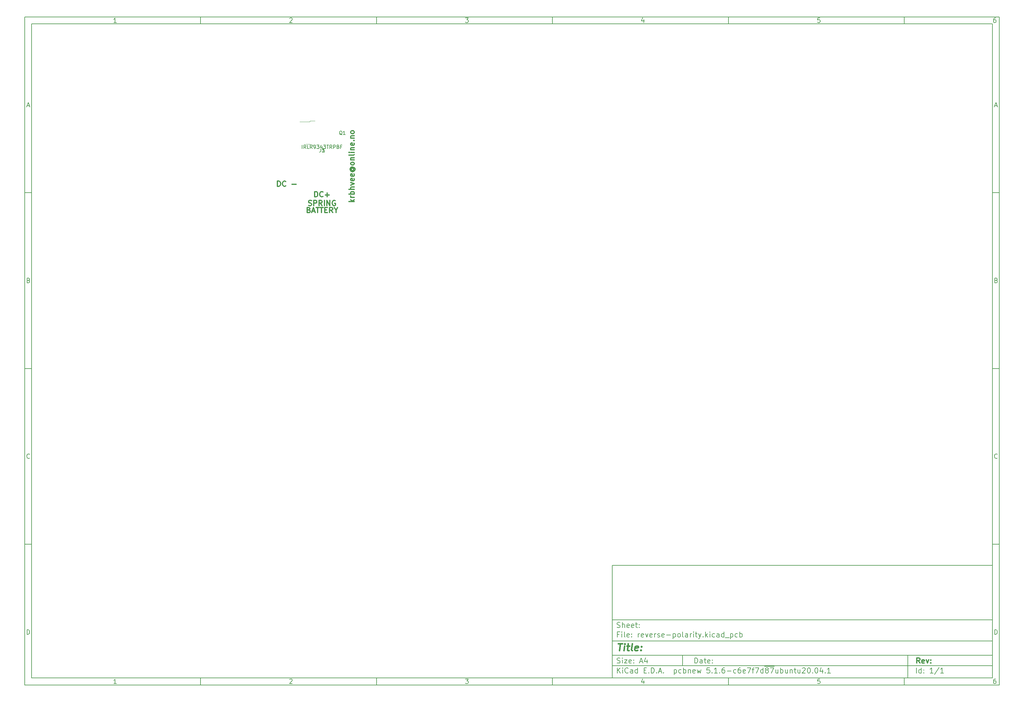
<source format=gbr>
G04 #@! TF.GenerationSoftware,KiCad,Pcbnew,5.1.6-c6e7f7d~87~ubuntu20.04.1*
G04 #@! TF.CreationDate,2020-08-16T01:07:54+02:00*
G04 #@! TF.ProjectId,reverse-polarity,72657665-7273-4652-9d70-6f6c61726974,rev?*
G04 #@! TF.SameCoordinates,Original*
G04 #@! TF.FileFunction,Legend,Top*
G04 #@! TF.FilePolarity,Positive*
%FSLAX45Y45*%
G04 Gerber Fmt 4.5, Leading zero omitted, Abs format (unit mm)*
G04 Created by KiCad (PCBNEW 5.1.6-c6e7f7d~87~ubuntu20.04.1) date 2020-08-16 01:07:54*
%MOMM*%
%LPD*%
G01*
G04 APERTURE LIST*
%ADD10C,0.100000*%
%ADD11C,0.150000*%
%ADD12C,0.300000*%
%ADD13C,0.400000*%
%ADD14C,0.120000*%
G04 APERTURE END LIST*
D10*
D11*
X17700220Y-16600720D02*
X17700220Y-19800720D01*
X28500220Y-19800720D01*
X28500220Y-16600720D01*
X17700220Y-16600720D01*
D10*
D11*
X1000000Y-1000000D02*
X1000000Y-20000720D01*
X28700220Y-20000720D01*
X28700220Y-1000000D01*
X1000000Y-1000000D01*
D10*
D11*
X1200000Y-1200000D02*
X1200000Y-19800720D01*
X28500220Y-19800720D01*
X28500220Y-1200000D01*
X1200000Y-1200000D01*
D10*
D11*
X6000000Y-1200000D02*
X6000000Y-1000000D01*
D10*
D11*
X11000000Y-1200000D02*
X11000000Y-1000000D01*
D10*
D11*
X16000000Y-1200000D02*
X16000000Y-1000000D01*
D10*
D11*
X21000000Y-1200000D02*
X21000000Y-1000000D01*
D10*
D11*
X26000000Y-1200000D02*
X26000000Y-1000000D01*
D10*
D11*
X3606548Y-1158810D02*
X3532262Y-1158810D01*
X3569405Y-1158810D02*
X3569405Y-1028809D01*
X3557024Y-1047381D01*
X3544643Y-1059762D01*
X3532262Y-1065952D01*
D10*
D11*
X8532262Y-1041190D02*
X8538452Y-1035000D01*
X8550833Y-1028809D01*
X8581786Y-1028809D01*
X8594167Y-1035000D01*
X8600357Y-1041190D01*
X8606548Y-1053571D01*
X8606548Y-1065952D01*
X8600357Y-1084524D01*
X8526071Y-1158810D01*
X8606548Y-1158810D01*
D10*
D11*
X13526071Y-1028809D02*
X13606548Y-1028809D01*
X13563214Y-1078333D01*
X13581786Y-1078333D01*
X13594167Y-1084524D01*
X13600357Y-1090714D01*
X13606548Y-1103095D01*
X13606548Y-1134048D01*
X13600357Y-1146429D01*
X13594167Y-1152619D01*
X13581786Y-1158810D01*
X13544643Y-1158810D01*
X13532262Y-1152619D01*
X13526071Y-1146429D01*
D10*
D11*
X18594167Y-1072143D02*
X18594167Y-1158810D01*
X18563214Y-1022619D02*
X18532262Y-1115476D01*
X18612738Y-1115476D01*
D10*
D11*
X23600357Y-1028809D02*
X23538452Y-1028809D01*
X23532262Y-1090714D01*
X23538452Y-1084524D01*
X23550833Y-1078333D01*
X23581786Y-1078333D01*
X23594167Y-1084524D01*
X23600357Y-1090714D01*
X23606548Y-1103095D01*
X23606548Y-1134048D01*
X23600357Y-1146429D01*
X23594167Y-1152619D01*
X23581786Y-1158810D01*
X23550833Y-1158810D01*
X23538452Y-1152619D01*
X23532262Y-1146429D01*
D10*
D11*
X28594167Y-1028809D02*
X28569405Y-1028809D01*
X28557024Y-1035000D01*
X28550833Y-1041190D01*
X28538452Y-1059762D01*
X28532262Y-1084524D01*
X28532262Y-1134048D01*
X28538452Y-1146429D01*
X28544643Y-1152619D01*
X28557024Y-1158810D01*
X28581786Y-1158810D01*
X28594167Y-1152619D01*
X28600357Y-1146429D01*
X28606548Y-1134048D01*
X28606548Y-1103095D01*
X28600357Y-1090714D01*
X28594167Y-1084524D01*
X28581786Y-1078333D01*
X28557024Y-1078333D01*
X28544643Y-1084524D01*
X28538452Y-1090714D01*
X28532262Y-1103095D01*
D10*
D11*
X6000000Y-19800720D02*
X6000000Y-20000720D01*
D10*
D11*
X11000000Y-19800720D02*
X11000000Y-20000720D01*
D10*
D11*
X16000000Y-19800720D02*
X16000000Y-20000720D01*
D10*
D11*
X21000000Y-19800720D02*
X21000000Y-20000720D01*
D10*
D11*
X26000000Y-19800720D02*
X26000000Y-20000720D01*
D10*
D11*
X3606548Y-19959530D02*
X3532262Y-19959530D01*
X3569405Y-19959530D02*
X3569405Y-19829530D01*
X3557024Y-19848101D01*
X3544643Y-19860482D01*
X3532262Y-19866672D01*
D10*
D11*
X8532262Y-19841910D02*
X8538452Y-19835720D01*
X8550833Y-19829530D01*
X8581786Y-19829530D01*
X8594167Y-19835720D01*
X8600357Y-19841910D01*
X8606548Y-19854291D01*
X8606548Y-19866672D01*
X8600357Y-19885244D01*
X8526071Y-19959530D01*
X8606548Y-19959530D01*
D10*
D11*
X13526071Y-19829530D02*
X13606548Y-19829530D01*
X13563214Y-19879053D01*
X13581786Y-19879053D01*
X13594167Y-19885244D01*
X13600357Y-19891434D01*
X13606548Y-19903815D01*
X13606548Y-19934768D01*
X13600357Y-19947149D01*
X13594167Y-19953339D01*
X13581786Y-19959530D01*
X13544643Y-19959530D01*
X13532262Y-19953339D01*
X13526071Y-19947149D01*
D10*
D11*
X18594167Y-19872863D02*
X18594167Y-19959530D01*
X18563214Y-19823339D02*
X18532262Y-19916196D01*
X18612738Y-19916196D01*
D10*
D11*
X23600357Y-19829530D02*
X23538452Y-19829530D01*
X23532262Y-19891434D01*
X23538452Y-19885244D01*
X23550833Y-19879053D01*
X23581786Y-19879053D01*
X23594167Y-19885244D01*
X23600357Y-19891434D01*
X23606548Y-19903815D01*
X23606548Y-19934768D01*
X23600357Y-19947149D01*
X23594167Y-19953339D01*
X23581786Y-19959530D01*
X23550833Y-19959530D01*
X23538452Y-19953339D01*
X23532262Y-19947149D01*
D10*
D11*
X28594167Y-19829530D02*
X28569405Y-19829530D01*
X28557024Y-19835720D01*
X28550833Y-19841910D01*
X28538452Y-19860482D01*
X28532262Y-19885244D01*
X28532262Y-19934768D01*
X28538452Y-19947149D01*
X28544643Y-19953339D01*
X28557024Y-19959530D01*
X28581786Y-19959530D01*
X28594167Y-19953339D01*
X28600357Y-19947149D01*
X28606548Y-19934768D01*
X28606548Y-19903815D01*
X28600357Y-19891434D01*
X28594167Y-19885244D01*
X28581786Y-19879053D01*
X28557024Y-19879053D01*
X28544643Y-19885244D01*
X28538452Y-19891434D01*
X28532262Y-19903815D01*
D10*
D11*
X1000000Y-6000000D02*
X1200000Y-6000000D01*
D10*
D11*
X1000000Y-11000000D02*
X1200000Y-11000000D01*
D10*
D11*
X1000000Y-16000000D02*
X1200000Y-16000000D01*
D10*
D11*
X1069048Y-3521667D02*
X1130952Y-3521667D01*
X1056667Y-3558809D02*
X1100000Y-3428809D01*
X1143333Y-3558809D01*
D10*
D11*
X1109286Y-8490714D02*
X1127857Y-8496905D01*
X1134048Y-8503095D01*
X1140238Y-8515476D01*
X1140238Y-8534048D01*
X1134048Y-8546429D01*
X1127857Y-8552619D01*
X1115476Y-8558810D01*
X1065952Y-8558810D01*
X1065952Y-8428810D01*
X1109286Y-8428810D01*
X1121667Y-8435000D01*
X1127857Y-8441190D01*
X1134048Y-8453571D01*
X1134048Y-8465952D01*
X1127857Y-8478333D01*
X1121667Y-8484524D01*
X1109286Y-8490714D01*
X1065952Y-8490714D01*
D10*
D11*
X1140238Y-13546428D02*
X1134048Y-13552619D01*
X1115476Y-13558809D01*
X1103095Y-13558809D01*
X1084524Y-13552619D01*
X1072143Y-13540238D01*
X1065952Y-13527857D01*
X1059762Y-13503095D01*
X1059762Y-13484524D01*
X1065952Y-13459762D01*
X1072143Y-13447381D01*
X1084524Y-13435000D01*
X1103095Y-13428809D01*
X1115476Y-13428809D01*
X1134048Y-13435000D01*
X1140238Y-13441190D01*
D10*
D11*
X1065952Y-18558810D02*
X1065952Y-18428810D01*
X1096905Y-18428810D01*
X1115476Y-18435000D01*
X1127857Y-18447381D01*
X1134048Y-18459762D01*
X1140238Y-18484524D01*
X1140238Y-18503095D01*
X1134048Y-18527857D01*
X1127857Y-18540238D01*
X1115476Y-18552619D01*
X1096905Y-18558810D01*
X1065952Y-18558810D01*
D10*
D11*
X28700220Y-6000000D02*
X28500220Y-6000000D01*
D10*
D11*
X28700220Y-11000000D02*
X28500220Y-11000000D01*
D10*
D11*
X28700220Y-16000000D02*
X28500220Y-16000000D01*
D10*
D11*
X28569268Y-3521667D02*
X28631172Y-3521667D01*
X28556887Y-3558809D02*
X28600220Y-3428809D01*
X28643553Y-3558809D01*
D10*
D11*
X28609506Y-8490714D02*
X28628077Y-8496905D01*
X28634268Y-8503095D01*
X28640458Y-8515476D01*
X28640458Y-8534048D01*
X28634268Y-8546429D01*
X28628077Y-8552619D01*
X28615696Y-8558810D01*
X28566172Y-8558810D01*
X28566172Y-8428810D01*
X28609506Y-8428810D01*
X28621887Y-8435000D01*
X28628077Y-8441190D01*
X28634268Y-8453571D01*
X28634268Y-8465952D01*
X28628077Y-8478333D01*
X28621887Y-8484524D01*
X28609506Y-8490714D01*
X28566172Y-8490714D01*
D10*
D11*
X28640458Y-13546428D02*
X28634268Y-13552619D01*
X28615696Y-13558809D01*
X28603315Y-13558809D01*
X28584744Y-13552619D01*
X28572363Y-13540238D01*
X28566172Y-13527857D01*
X28559982Y-13503095D01*
X28559982Y-13484524D01*
X28566172Y-13459762D01*
X28572363Y-13447381D01*
X28584744Y-13435000D01*
X28603315Y-13428809D01*
X28615696Y-13428809D01*
X28634268Y-13435000D01*
X28640458Y-13441190D01*
D10*
D11*
X28566172Y-18558810D02*
X28566172Y-18428810D01*
X28597125Y-18428810D01*
X28615696Y-18435000D01*
X28628077Y-18447381D01*
X28634268Y-18459762D01*
X28640458Y-18484524D01*
X28640458Y-18503095D01*
X28634268Y-18527857D01*
X28628077Y-18540238D01*
X28615696Y-18552619D01*
X28597125Y-18558810D01*
X28566172Y-18558810D01*
D10*
D11*
X20043434Y-19378577D02*
X20043434Y-19228577D01*
X20079149Y-19228577D01*
X20100577Y-19235720D01*
X20114863Y-19250006D01*
X20122006Y-19264291D01*
X20129149Y-19292863D01*
X20129149Y-19314291D01*
X20122006Y-19342863D01*
X20114863Y-19357149D01*
X20100577Y-19371434D01*
X20079149Y-19378577D01*
X20043434Y-19378577D01*
X20257720Y-19378577D02*
X20257720Y-19300006D01*
X20250577Y-19285720D01*
X20236291Y-19278577D01*
X20207720Y-19278577D01*
X20193434Y-19285720D01*
X20257720Y-19371434D02*
X20243434Y-19378577D01*
X20207720Y-19378577D01*
X20193434Y-19371434D01*
X20186291Y-19357149D01*
X20186291Y-19342863D01*
X20193434Y-19328577D01*
X20207720Y-19321434D01*
X20243434Y-19321434D01*
X20257720Y-19314291D01*
X20307720Y-19278577D02*
X20364863Y-19278577D01*
X20329149Y-19228577D02*
X20329149Y-19357149D01*
X20336291Y-19371434D01*
X20350577Y-19378577D01*
X20364863Y-19378577D01*
X20472006Y-19371434D02*
X20457720Y-19378577D01*
X20429149Y-19378577D01*
X20414863Y-19371434D01*
X20407720Y-19357149D01*
X20407720Y-19300006D01*
X20414863Y-19285720D01*
X20429149Y-19278577D01*
X20457720Y-19278577D01*
X20472006Y-19285720D01*
X20479149Y-19300006D01*
X20479149Y-19314291D01*
X20407720Y-19328577D01*
X20543434Y-19364291D02*
X20550577Y-19371434D01*
X20543434Y-19378577D01*
X20536291Y-19371434D01*
X20543434Y-19364291D01*
X20543434Y-19378577D01*
X20543434Y-19285720D02*
X20550577Y-19292863D01*
X20543434Y-19300006D01*
X20536291Y-19292863D01*
X20543434Y-19285720D01*
X20543434Y-19300006D01*
D10*
D11*
X17700220Y-19450720D02*
X28500220Y-19450720D01*
D10*
D11*
X17843434Y-19658577D02*
X17843434Y-19508577D01*
X17929149Y-19658577D02*
X17864863Y-19572863D01*
X17929149Y-19508577D02*
X17843434Y-19594291D01*
X17993434Y-19658577D02*
X17993434Y-19558577D01*
X17993434Y-19508577D02*
X17986291Y-19515720D01*
X17993434Y-19522863D01*
X18000577Y-19515720D01*
X17993434Y-19508577D01*
X17993434Y-19522863D01*
X18150577Y-19644291D02*
X18143434Y-19651434D01*
X18122006Y-19658577D01*
X18107720Y-19658577D01*
X18086291Y-19651434D01*
X18072006Y-19637149D01*
X18064863Y-19622863D01*
X18057720Y-19594291D01*
X18057720Y-19572863D01*
X18064863Y-19544291D01*
X18072006Y-19530006D01*
X18086291Y-19515720D01*
X18107720Y-19508577D01*
X18122006Y-19508577D01*
X18143434Y-19515720D01*
X18150577Y-19522863D01*
X18279149Y-19658577D02*
X18279149Y-19580006D01*
X18272006Y-19565720D01*
X18257720Y-19558577D01*
X18229149Y-19558577D01*
X18214863Y-19565720D01*
X18279149Y-19651434D02*
X18264863Y-19658577D01*
X18229149Y-19658577D01*
X18214863Y-19651434D01*
X18207720Y-19637149D01*
X18207720Y-19622863D01*
X18214863Y-19608577D01*
X18229149Y-19601434D01*
X18264863Y-19601434D01*
X18279149Y-19594291D01*
X18414863Y-19658577D02*
X18414863Y-19508577D01*
X18414863Y-19651434D02*
X18400577Y-19658577D01*
X18372006Y-19658577D01*
X18357720Y-19651434D01*
X18350577Y-19644291D01*
X18343434Y-19630006D01*
X18343434Y-19587149D01*
X18350577Y-19572863D01*
X18357720Y-19565720D01*
X18372006Y-19558577D01*
X18400577Y-19558577D01*
X18414863Y-19565720D01*
X18600577Y-19580006D02*
X18650577Y-19580006D01*
X18672006Y-19658577D02*
X18600577Y-19658577D01*
X18600577Y-19508577D01*
X18672006Y-19508577D01*
X18736291Y-19644291D02*
X18743434Y-19651434D01*
X18736291Y-19658577D01*
X18729149Y-19651434D01*
X18736291Y-19644291D01*
X18736291Y-19658577D01*
X18807720Y-19658577D02*
X18807720Y-19508577D01*
X18843434Y-19508577D01*
X18864863Y-19515720D01*
X18879149Y-19530006D01*
X18886291Y-19544291D01*
X18893434Y-19572863D01*
X18893434Y-19594291D01*
X18886291Y-19622863D01*
X18879149Y-19637149D01*
X18864863Y-19651434D01*
X18843434Y-19658577D01*
X18807720Y-19658577D01*
X18957720Y-19644291D02*
X18964863Y-19651434D01*
X18957720Y-19658577D01*
X18950577Y-19651434D01*
X18957720Y-19644291D01*
X18957720Y-19658577D01*
X19022006Y-19615720D02*
X19093434Y-19615720D01*
X19007720Y-19658577D02*
X19057720Y-19508577D01*
X19107720Y-19658577D01*
X19157720Y-19644291D02*
X19164863Y-19651434D01*
X19157720Y-19658577D01*
X19150577Y-19651434D01*
X19157720Y-19644291D01*
X19157720Y-19658577D01*
X19457720Y-19558577D02*
X19457720Y-19708577D01*
X19457720Y-19565720D02*
X19472006Y-19558577D01*
X19500577Y-19558577D01*
X19514863Y-19565720D01*
X19522006Y-19572863D01*
X19529149Y-19587149D01*
X19529149Y-19630006D01*
X19522006Y-19644291D01*
X19514863Y-19651434D01*
X19500577Y-19658577D01*
X19472006Y-19658577D01*
X19457720Y-19651434D01*
X19657720Y-19651434D02*
X19643434Y-19658577D01*
X19614863Y-19658577D01*
X19600577Y-19651434D01*
X19593434Y-19644291D01*
X19586291Y-19630006D01*
X19586291Y-19587149D01*
X19593434Y-19572863D01*
X19600577Y-19565720D01*
X19614863Y-19558577D01*
X19643434Y-19558577D01*
X19657720Y-19565720D01*
X19722006Y-19658577D02*
X19722006Y-19508577D01*
X19722006Y-19565720D02*
X19736291Y-19558577D01*
X19764863Y-19558577D01*
X19779149Y-19565720D01*
X19786291Y-19572863D01*
X19793434Y-19587149D01*
X19793434Y-19630006D01*
X19786291Y-19644291D01*
X19779149Y-19651434D01*
X19764863Y-19658577D01*
X19736291Y-19658577D01*
X19722006Y-19651434D01*
X19857720Y-19558577D02*
X19857720Y-19658577D01*
X19857720Y-19572863D02*
X19864863Y-19565720D01*
X19879149Y-19558577D01*
X19900577Y-19558577D01*
X19914863Y-19565720D01*
X19922006Y-19580006D01*
X19922006Y-19658577D01*
X20050577Y-19651434D02*
X20036291Y-19658577D01*
X20007720Y-19658577D01*
X19993434Y-19651434D01*
X19986291Y-19637149D01*
X19986291Y-19580006D01*
X19993434Y-19565720D01*
X20007720Y-19558577D01*
X20036291Y-19558577D01*
X20050577Y-19565720D01*
X20057720Y-19580006D01*
X20057720Y-19594291D01*
X19986291Y-19608577D01*
X20107720Y-19558577D02*
X20136291Y-19658577D01*
X20164863Y-19587149D01*
X20193434Y-19658577D01*
X20222006Y-19558577D01*
X20464863Y-19508577D02*
X20393434Y-19508577D01*
X20386291Y-19580006D01*
X20393434Y-19572863D01*
X20407720Y-19565720D01*
X20443434Y-19565720D01*
X20457720Y-19572863D01*
X20464863Y-19580006D01*
X20472006Y-19594291D01*
X20472006Y-19630006D01*
X20464863Y-19644291D01*
X20457720Y-19651434D01*
X20443434Y-19658577D01*
X20407720Y-19658577D01*
X20393434Y-19651434D01*
X20386291Y-19644291D01*
X20536291Y-19644291D02*
X20543434Y-19651434D01*
X20536291Y-19658577D01*
X20529149Y-19651434D01*
X20536291Y-19644291D01*
X20536291Y-19658577D01*
X20686291Y-19658577D02*
X20600577Y-19658577D01*
X20643434Y-19658577D02*
X20643434Y-19508577D01*
X20629149Y-19530006D01*
X20614863Y-19544291D01*
X20600577Y-19551434D01*
X20750577Y-19644291D02*
X20757720Y-19651434D01*
X20750577Y-19658577D01*
X20743434Y-19651434D01*
X20750577Y-19644291D01*
X20750577Y-19658577D01*
X20886291Y-19508577D02*
X20857720Y-19508577D01*
X20843434Y-19515720D01*
X20836291Y-19522863D01*
X20822006Y-19544291D01*
X20814863Y-19572863D01*
X20814863Y-19630006D01*
X20822006Y-19644291D01*
X20829149Y-19651434D01*
X20843434Y-19658577D01*
X20872006Y-19658577D01*
X20886291Y-19651434D01*
X20893434Y-19644291D01*
X20900577Y-19630006D01*
X20900577Y-19594291D01*
X20893434Y-19580006D01*
X20886291Y-19572863D01*
X20872006Y-19565720D01*
X20843434Y-19565720D01*
X20829149Y-19572863D01*
X20822006Y-19580006D01*
X20814863Y-19594291D01*
X20964863Y-19601434D02*
X21079149Y-19601434D01*
X21214863Y-19651434D02*
X21200577Y-19658577D01*
X21172006Y-19658577D01*
X21157720Y-19651434D01*
X21150577Y-19644291D01*
X21143434Y-19630006D01*
X21143434Y-19587149D01*
X21150577Y-19572863D01*
X21157720Y-19565720D01*
X21172006Y-19558577D01*
X21200577Y-19558577D01*
X21214863Y-19565720D01*
X21343434Y-19508577D02*
X21314863Y-19508577D01*
X21300577Y-19515720D01*
X21293434Y-19522863D01*
X21279149Y-19544291D01*
X21272006Y-19572863D01*
X21272006Y-19630006D01*
X21279149Y-19644291D01*
X21286291Y-19651434D01*
X21300577Y-19658577D01*
X21329149Y-19658577D01*
X21343434Y-19651434D01*
X21350577Y-19644291D01*
X21357720Y-19630006D01*
X21357720Y-19594291D01*
X21350577Y-19580006D01*
X21343434Y-19572863D01*
X21329149Y-19565720D01*
X21300577Y-19565720D01*
X21286291Y-19572863D01*
X21279149Y-19580006D01*
X21272006Y-19594291D01*
X21479149Y-19651434D02*
X21464863Y-19658577D01*
X21436291Y-19658577D01*
X21422006Y-19651434D01*
X21414863Y-19637149D01*
X21414863Y-19580006D01*
X21422006Y-19565720D01*
X21436291Y-19558577D01*
X21464863Y-19558577D01*
X21479149Y-19565720D01*
X21486291Y-19580006D01*
X21486291Y-19594291D01*
X21414863Y-19608577D01*
X21536291Y-19508577D02*
X21636291Y-19508577D01*
X21572006Y-19658577D01*
X21672006Y-19558577D02*
X21729149Y-19558577D01*
X21693434Y-19658577D02*
X21693434Y-19530006D01*
X21700577Y-19515720D01*
X21714863Y-19508577D01*
X21729149Y-19508577D01*
X21764863Y-19508577D02*
X21864863Y-19508577D01*
X21800577Y-19658577D01*
X21986291Y-19658577D02*
X21986291Y-19508577D01*
X21986291Y-19651434D02*
X21972006Y-19658577D01*
X21943434Y-19658577D01*
X21929149Y-19651434D01*
X21922006Y-19644291D01*
X21914863Y-19630006D01*
X21914863Y-19587149D01*
X21922006Y-19572863D01*
X21929149Y-19565720D01*
X21943434Y-19558577D01*
X21972006Y-19558577D01*
X21986291Y-19565720D01*
X22022006Y-19467720D02*
X22164863Y-19467720D01*
X22079149Y-19572863D02*
X22064863Y-19565720D01*
X22057720Y-19558577D01*
X22050577Y-19544291D01*
X22050577Y-19537149D01*
X22057720Y-19522863D01*
X22064863Y-19515720D01*
X22079149Y-19508577D01*
X22107720Y-19508577D01*
X22122006Y-19515720D01*
X22129149Y-19522863D01*
X22136291Y-19537149D01*
X22136291Y-19544291D01*
X22129149Y-19558577D01*
X22122006Y-19565720D01*
X22107720Y-19572863D01*
X22079149Y-19572863D01*
X22064863Y-19580006D01*
X22057720Y-19587149D01*
X22050577Y-19601434D01*
X22050577Y-19630006D01*
X22057720Y-19644291D01*
X22064863Y-19651434D01*
X22079149Y-19658577D01*
X22107720Y-19658577D01*
X22122006Y-19651434D01*
X22129149Y-19644291D01*
X22136291Y-19630006D01*
X22136291Y-19601434D01*
X22129149Y-19587149D01*
X22122006Y-19580006D01*
X22107720Y-19572863D01*
X22164863Y-19467720D02*
X22307720Y-19467720D01*
X22186291Y-19508577D02*
X22286291Y-19508577D01*
X22222006Y-19658577D01*
X22407720Y-19558577D02*
X22407720Y-19658577D01*
X22343434Y-19558577D02*
X22343434Y-19637149D01*
X22350577Y-19651434D01*
X22364863Y-19658577D01*
X22386291Y-19658577D01*
X22400577Y-19651434D01*
X22407720Y-19644291D01*
X22479148Y-19658577D02*
X22479148Y-19508577D01*
X22479148Y-19565720D02*
X22493434Y-19558577D01*
X22522006Y-19558577D01*
X22536291Y-19565720D01*
X22543434Y-19572863D01*
X22550577Y-19587149D01*
X22550577Y-19630006D01*
X22543434Y-19644291D01*
X22536291Y-19651434D01*
X22522006Y-19658577D01*
X22493434Y-19658577D01*
X22479148Y-19651434D01*
X22679148Y-19558577D02*
X22679148Y-19658577D01*
X22614863Y-19558577D02*
X22614863Y-19637149D01*
X22622006Y-19651434D01*
X22636291Y-19658577D01*
X22657720Y-19658577D01*
X22672006Y-19651434D01*
X22679148Y-19644291D01*
X22750577Y-19558577D02*
X22750577Y-19658577D01*
X22750577Y-19572863D02*
X22757720Y-19565720D01*
X22772006Y-19558577D01*
X22793434Y-19558577D01*
X22807720Y-19565720D01*
X22814863Y-19580006D01*
X22814863Y-19658577D01*
X22864863Y-19558577D02*
X22922006Y-19558577D01*
X22886291Y-19508577D02*
X22886291Y-19637149D01*
X22893434Y-19651434D01*
X22907720Y-19658577D01*
X22922006Y-19658577D01*
X23036291Y-19558577D02*
X23036291Y-19658577D01*
X22972006Y-19558577D02*
X22972006Y-19637149D01*
X22979148Y-19651434D01*
X22993434Y-19658577D01*
X23014863Y-19658577D01*
X23029148Y-19651434D01*
X23036291Y-19644291D01*
X23100577Y-19522863D02*
X23107720Y-19515720D01*
X23122006Y-19508577D01*
X23157720Y-19508577D01*
X23172006Y-19515720D01*
X23179148Y-19522863D01*
X23186291Y-19537149D01*
X23186291Y-19551434D01*
X23179148Y-19572863D01*
X23093434Y-19658577D01*
X23186291Y-19658577D01*
X23279148Y-19508577D02*
X23293434Y-19508577D01*
X23307720Y-19515720D01*
X23314863Y-19522863D01*
X23322006Y-19537149D01*
X23329148Y-19565720D01*
X23329148Y-19601434D01*
X23322006Y-19630006D01*
X23314863Y-19644291D01*
X23307720Y-19651434D01*
X23293434Y-19658577D01*
X23279148Y-19658577D01*
X23264863Y-19651434D01*
X23257720Y-19644291D01*
X23250577Y-19630006D01*
X23243434Y-19601434D01*
X23243434Y-19565720D01*
X23250577Y-19537149D01*
X23257720Y-19522863D01*
X23264863Y-19515720D01*
X23279148Y-19508577D01*
X23393434Y-19644291D02*
X23400577Y-19651434D01*
X23393434Y-19658577D01*
X23386291Y-19651434D01*
X23393434Y-19644291D01*
X23393434Y-19658577D01*
X23493434Y-19508577D02*
X23507720Y-19508577D01*
X23522006Y-19515720D01*
X23529148Y-19522863D01*
X23536291Y-19537149D01*
X23543434Y-19565720D01*
X23543434Y-19601434D01*
X23536291Y-19630006D01*
X23529148Y-19644291D01*
X23522006Y-19651434D01*
X23507720Y-19658577D01*
X23493434Y-19658577D01*
X23479148Y-19651434D01*
X23472006Y-19644291D01*
X23464863Y-19630006D01*
X23457720Y-19601434D01*
X23457720Y-19565720D01*
X23464863Y-19537149D01*
X23472006Y-19522863D01*
X23479148Y-19515720D01*
X23493434Y-19508577D01*
X23672006Y-19558577D02*
X23672006Y-19658577D01*
X23636291Y-19501434D02*
X23600577Y-19608577D01*
X23693434Y-19608577D01*
X23750577Y-19644291D02*
X23757720Y-19651434D01*
X23750577Y-19658577D01*
X23743434Y-19651434D01*
X23750577Y-19644291D01*
X23750577Y-19658577D01*
X23900577Y-19658577D02*
X23814863Y-19658577D01*
X23857720Y-19658577D02*
X23857720Y-19508577D01*
X23843434Y-19530006D01*
X23829148Y-19544291D01*
X23814863Y-19551434D01*
D10*
D11*
X17700220Y-19150720D02*
X28500220Y-19150720D01*
D10*
D12*
X26441148Y-19378577D02*
X26391148Y-19307149D01*
X26355434Y-19378577D02*
X26355434Y-19228577D01*
X26412577Y-19228577D01*
X26426863Y-19235720D01*
X26434006Y-19242863D01*
X26441148Y-19257149D01*
X26441148Y-19278577D01*
X26434006Y-19292863D01*
X26426863Y-19300006D01*
X26412577Y-19307149D01*
X26355434Y-19307149D01*
X26562577Y-19371434D02*
X26548291Y-19378577D01*
X26519720Y-19378577D01*
X26505434Y-19371434D01*
X26498291Y-19357149D01*
X26498291Y-19300006D01*
X26505434Y-19285720D01*
X26519720Y-19278577D01*
X26548291Y-19278577D01*
X26562577Y-19285720D01*
X26569720Y-19300006D01*
X26569720Y-19314291D01*
X26498291Y-19328577D01*
X26619720Y-19278577D02*
X26655434Y-19378577D01*
X26691148Y-19278577D01*
X26748291Y-19364291D02*
X26755434Y-19371434D01*
X26748291Y-19378577D01*
X26741148Y-19371434D01*
X26748291Y-19364291D01*
X26748291Y-19378577D01*
X26748291Y-19285720D02*
X26755434Y-19292863D01*
X26748291Y-19300006D01*
X26741148Y-19292863D01*
X26748291Y-19285720D01*
X26748291Y-19300006D01*
D10*
D11*
X17836291Y-19371434D02*
X17857720Y-19378577D01*
X17893434Y-19378577D01*
X17907720Y-19371434D01*
X17914863Y-19364291D01*
X17922006Y-19350006D01*
X17922006Y-19335720D01*
X17914863Y-19321434D01*
X17907720Y-19314291D01*
X17893434Y-19307149D01*
X17864863Y-19300006D01*
X17850577Y-19292863D01*
X17843434Y-19285720D01*
X17836291Y-19271434D01*
X17836291Y-19257149D01*
X17843434Y-19242863D01*
X17850577Y-19235720D01*
X17864863Y-19228577D01*
X17900577Y-19228577D01*
X17922006Y-19235720D01*
X17986291Y-19378577D02*
X17986291Y-19278577D01*
X17986291Y-19228577D02*
X17979149Y-19235720D01*
X17986291Y-19242863D01*
X17993434Y-19235720D01*
X17986291Y-19228577D01*
X17986291Y-19242863D01*
X18043434Y-19278577D02*
X18122006Y-19278577D01*
X18043434Y-19378577D01*
X18122006Y-19378577D01*
X18236291Y-19371434D02*
X18222006Y-19378577D01*
X18193434Y-19378577D01*
X18179149Y-19371434D01*
X18172006Y-19357149D01*
X18172006Y-19300006D01*
X18179149Y-19285720D01*
X18193434Y-19278577D01*
X18222006Y-19278577D01*
X18236291Y-19285720D01*
X18243434Y-19300006D01*
X18243434Y-19314291D01*
X18172006Y-19328577D01*
X18307720Y-19364291D02*
X18314863Y-19371434D01*
X18307720Y-19378577D01*
X18300577Y-19371434D01*
X18307720Y-19364291D01*
X18307720Y-19378577D01*
X18307720Y-19285720D02*
X18314863Y-19292863D01*
X18307720Y-19300006D01*
X18300577Y-19292863D01*
X18307720Y-19285720D01*
X18307720Y-19300006D01*
X18486291Y-19335720D02*
X18557720Y-19335720D01*
X18472006Y-19378577D02*
X18522006Y-19228577D01*
X18572006Y-19378577D01*
X18686291Y-19278577D02*
X18686291Y-19378577D01*
X18650577Y-19221434D02*
X18614863Y-19328577D01*
X18707720Y-19328577D01*
D10*
D11*
X26343434Y-19658577D02*
X26343434Y-19508577D01*
X26479148Y-19658577D02*
X26479148Y-19508577D01*
X26479148Y-19651434D02*
X26464863Y-19658577D01*
X26436291Y-19658577D01*
X26422006Y-19651434D01*
X26414863Y-19644291D01*
X26407720Y-19630006D01*
X26407720Y-19587149D01*
X26414863Y-19572863D01*
X26422006Y-19565720D01*
X26436291Y-19558577D01*
X26464863Y-19558577D01*
X26479148Y-19565720D01*
X26550577Y-19644291D02*
X26557720Y-19651434D01*
X26550577Y-19658577D01*
X26543434Y-19651434D01*
X26550577Y-19644291D01*
X26550577Y-19658577D01*
X26550577Y-19565720D02*
X26557720Y-19572863D01*
X26550577Y-19580006D01*
X26543434Y-19572863D01*
X26550577Y-19565720D01*
X26550577Y-19580006D01*
X26814863Y-19658577D02*
X26729148Y-19658577D01*
X26772006Y-19658577D02*
X26772006Y-19508577D01*
X26757720Y-19530006D01*
X26743434Y-19544291D01*
X26729148Y-19551434D01*
X26986291Y-19501434D02*
X26857720Y-19694291D01*
X27114863Y-19658577D02*
X27029148Y-19658577D01*
X27072006Y-19658577D02*
X27072006Y-19508577D01*
X27057720Y-19530006D01*
X27043434Y-19544291D01*
X27029148Y-19551434D01*
D10*
D11*
X17700220Y-18750720D02*
X28500220Y-18750720D01*
D10*
D13*
X17871458Y-18821196D02*
X17985744Y-18821196D01*
X17903601Y-19021196D02*
X17928601Y-18821196D01*
X18027410Y-19021196D02*
X18044077Y-18887863D01*
X18052410Y-18821196D02*
X18041696Y-18830720D01*
X18050030Y-18840244D01*
X18060744Y-18830720D01*
X18052410Y-18821196D01*
X18050030Y-18840244D01*
X18110744Y-18887863D02*
X18186934Y-18887863D01*
X18147649Y-18821196D02*
X18126220Y-18992625D01*
X18133363Y-19011672D01*
X18151220Y-19021196D01*
X18170268Y-19021196D01*
X18265506Y-19021196D02*
X18247649Y-19011672D01*
X18240506Y-18992625D01*
X18261934Y-18821196D01*
X18419077Y-19011672D02*
X18398839Y-19021196D01*
X18360744Y-19021196D01*
X18342887Y-19011672D01*
X18335744Y-18992625D01*
X18345268Y-18916434D01*
X18357172Y-18897387D01*
X18377410Y-18887863D01*
X18415506Y-18887863D01*
X18433363Y-18897387D01*
X18440506Y-18916434D01*
X18438125Y-18935482D01*
X18340506Y-18954530D01*
X18515506Y-19002149D02*
X18523839Y-19011672D01*
X18513125Y-19021196D01*
X18504791Y-19011672D01*
X18515506Y-19002149D01*
X18513125Y-19021196D01*
X18528601Y-18897387D02*
X18536934Y-18906910D01*
X18526220Y-18916434D01*
X18517887Y-18906910D01*
X18528601Y-18897387D01*
X18526220Y-18916434D01*
D10*
D11*
X17893434Y-18560006D02*
X17843434Y-18560006D01*
X17843434Y-18638577D02*
X17843434Y-18488577D01*
X17914863Y-18488577D01*
X17972006Y-18638577D02*
X17972006Y-18538577D01*
X17972006Y-18488577D02*
X17964863Y-18495720D01*
X17972006Y-18502863D01*
X17979149Y-18495720D01*
X17972006Y-18488577D01*
X17972006Y-18502863D01*
X18064863Y-18638577D02*
X18050577Y-18631434D01*
X18043434Y-18617149D01*
X18043434Y-18488577D01*
X18179149Y-18631434D02*
X18164863Y-18638577D01*
X18136291Y-18638577D01*
X18122006Y-18631434D01*
X18114863Y-18617149D01*
X18114863Y-18560006D01*
X18122006Y-18545720D01*
X18136291Y-18538577D01*
X18164863Y-18538577D01*
X18179149Y-18545720D01*
X18186291Y-18560006D01*
X18186291Y-18574291D01*
X18114863Y-18588577D01*
X18250577Y-18624291D02*
X18257720Y-18631434D01*
X18250577Y-18638577D01*
X18243434Y-18631434D01*
X18250577Y-18624291D01*
X18250577Y-18638577D01*
X18250577Y-18545720D02*
X18257720Y-18552863D01*
X18250577Y-18560006D01*
X18243434Y-18552863D01*
X18250577Y-18545720D01*
X18250577Y-18560006D01*
X18436291Y-18638577D02*
X18436291Y-18538577D01*
X18436291Y-18567149D02*
X18443434Y-18552863D01*
X18450577Y-18545720D01*
X18464863Y-18538577D01*
X18479149Y-18538577D01*
X18586291Y-18631434D02*
X18572006Y-18638577D01*
X18543434Y-18638577D01*
X18529149Y-18631434D01*
X18522006Y-18617149D01*
X18522006Y-18560006D01*
X18529149Y-18545720D01*
X18543434Y-18538577D01*
X18572006Y-18538577D01*
X18586291Y-18545720D01*
X18593434Y-18560006D01*
X18593434Y-18574291D01*
X18522006Y-18588577D01*
X18643434Y-18538577D02*
X18679149Y-18638577D01*
X18714863Y-18538577D01*
X18829149Y-18631434D02*
X18814863Y-18638577D01*
X18786291Y-18638577D01*
X18772006Y-18631434D01*
X18764863Y-18617149D01*
X18764863Y-18560006D01*
X18772006Y-18545720D01*
X18786291Y-18538577D01*
X18814863Y-18538577D01*
X18829149Y-18545720D01*
X18836291Y-18560006D01*
X18836291Y-18574291D01*
X18764863Y-18588577D01*
X18900577Y-18638577D02*
X18900577Y-18538577D01*
X18900577Y-18567149D02*
X18907720Y-18552863D01*
X18914863Y-18545720D01*
X18929149Y-18538577D01*
X18943434Y-18538577D01*
X18986291Y-18631434D02*
X19000577Y-18638577D01*
X19029149Y-18638577D01*
X19043434Y-18631434D01*
X19050577Y-18617149D01*
X19050577Y-18610006D01*
X19043434Y-18595720D01*
X19029149Y-18588577D01*
X19007720Y-18588577D01*
X18993434Y-18581434D01*
X18986291Y-18567149D01*
X18986291Y-18560006D01*
X18993434Y-18545720D01*
X19007720Y-18538577D01*
X19029149Y-18538577D01*
X19043434Y-18545720D01*
X19172006Y-18631434D02*
X19157720Y-18638577D01*
X19129149Y-18638577D01*
X19114863Y-18631434D01*
X19107720Y-18617149D01*
X19107720Y-18560006D01*
X19114863Y-18545720D01*
X19129149Y-18538577D01*
X19157720Y-18538577D01*
X19172006Y-18545720D01*
X19179149Y-18560006D01*
X19179149Y-18574291D01*
X19107720Y-18588577D01*
X19243434Y-18581434D02*
X19357720Y-18581434D01*
X19429149Y-18538577D02*
X19429149Y-18688577D01*
X19429149Y-18545720D02*
X19443434Y-18538577D01*
X19472006Y-18538577D01*
X19486291Y-18545720D01*
X19493434Y-18552863D01*
X19500577Y-18567149D01*
X19500577Y-18610006D01*
X19493434Y-18624291D01*
X19486291Y-18631434D01*
X19472006Y-18638577D01*
X19443434Y-18638577D01*
X19429149Y-18631434D01*
X19586291Y-18638577D02*
X19572006Y-18631434D01*
X19564863Y-18624291D01*
X19557720Y-18610006D01*
X19557720Y-18567149D01*
X19564863Y-18552863D01*
X19572006Y-18545720D01*
X19586291Y-18538577D01*
X19607720Y-18538577D01*
X19622006Y-18545720D01*
X19629149Y-18552863D01*
X19636291Y-18567149D01*
X19636291Y-18610006D01*
X19629149Y-18624291D01*
X19622006Y-18631434D01*
X19607720Y-18638577D01*
X19586291Y-18638577D01*
X19722006Y-18638577D02*
X19707720Y-18631434D01*
X19700577Y-18617149D01*
X19700577Y-18488577D01*
X19843434Y-18638577D02*
X19843434Y-18560006D01*
X19836291Y-18545720D01*
X19822006Y-18538577D01*
X19793434Y-18538577D01*
X19779149Y-18545720D01*
X19843434Y-18631434D02*
X19829149Y-18638577D01*
X19793434Y-18638577D01*
X19779149Y-18631434D01*
X19772006Y-18617149D01*
X19772006Y-18602863D01*
X19779149Y-18588577D01*
X19793434Y-18581434D01*
X19829149Y-18581434D01*
X19843434Y-18574291D01*
X19914863Y-18638577D02*
X19914863Y-18538577D01*
X19914863Y-18567149D02*
X19922006Y-18552863D01*
X19929149Y-18545720D01*
X19943434Y-18538577D01*
X19957720Y-18538577D01*
X20007720Y-18638577D02*
X20007720Y-18538577D01*
X20007720Y-18488577D02*
X20000577Y-18495720D01*
X20007720Y-18502863D01*
X20014863Y-18495720D01*
X20007720Y-18488577D01*
X20007720Y-18502863D01*
X20057720Y-18538577D02*
X20114863Y-18538577D01*
X20079149Y-18488577D02*
X20079149Y-18617149D01*
X20086291Y-18631434D01*
X20100577Y-18638577D01*
X20114863Y-18638577D01*
X20150577Y-18538577D02*
X20186291Y-18638577D01*
X20222006Y-18538577D02*
X20186291Y-18638577D01*
X20172006Y-18674291D01*
X20164863Y-18681434D01*
X20150577Y-18688577D01*
X20279149Y-18624291D02*
X20286291Y-18631434D01*
X20279149Y-18638577D01*
X20272006Y-18631434D01*
X20279149Y-18624291D01*
X20279149Y-18638577D01*
X20350577Y-18638577D02*
X20350577Y-18488577D01*
X20364863Y-18581434D02*
X20407720Y-18638577D01*
X20407720Y-18538577D02*
X20350577Y-18595720D01*
X20472006Y-18638577D02*
X20472006Y-18538577D01*
X20472006Y-18488577D02*
X20464863Y-18495720D01*
X20472006Y-18502863D01*
X20479149Y-18495720D01*
X20472006Y-18488577D01*
X20472006Y-18502863D01*
X20607720Y-18631434D02*
X20593434Y-18638577D01*
X20564863Y-18638577D01*
X20550577Y-18631434D01*
X20543434Y-18624291D01*
X20536291Y-18610006D01*
X20536291Y-18567149D01*
X20543434Y-18552863D01*
X20550577Y-18545720D01*
X20564863Y-18538577D01*
X20593434Y-18538577D01*
X20607720Y-18545720D01*
X20736291Y-18638577D02*
X20736291Y-18560006D01*
X20729149Y-18545720D01*
X20714863Y-18538577D01*
X20686291Y-18538577D01*
X20672006Y-18545720D01*
X20736291Y-18631434D02*
X20722006Y-18638577D01*
X20686291Y-18638577D01*
X20672006Y-18631434D01*
X20664863Y-18617149D01*
X20664863Y-18602863D01*
X20672006Y-18588577D01*
X20686291Y-18581434D01*
X20722006Y-18581434D01*
X20736291Y-18574291D01*
X20872006Y-18638577D02*
X20872006Y-18488577D01*
X20872006Y-18631434D02*
X20857720Y-18638577D01*
X20829149Y-18638577D01*
X20814863Y-18631434D01*
X20807720Y-18624291D01*
X20800577Y-18610006D01*
X20800577Y-18567149D01*
X20807720Y-18552863D01*
X20814863Y-18545720D01*
X20829149Y-18538577D01*
X20857720Y-18538577D01*
X20872006Y-18545720D01*
X20907720Y-18652863D02*
X21022006Y-18652863D01*
X21057720Y-18538577D02*
X21057720Y-18688577D01*
X21057720Y-18545720D02*
X21072006Y-18538577D01*
X21100577Y-18538577D01*
X21114863Y-18545720D01*
X21122006Y-18552863D01*
X21129149Y-18567149D01*
X21129149Y-18610006D01*
X21122006Y-18624291D01*
X21114863Y-18631434D01*
X21100577Y-18638577D01*
X21072006Y-18638577D01*
X21057720Y-18631434D01*
X21257720Y-18631434D02*
X21243434Y-18638577D01*
X21214863Y-18638577D01*
X21200577Y-18631434D01*
X21193434Y-18624291D01*
X21186291Y-18610006D01*
X21186291Y-18567149D01*
X21193434Y-18552863D01*
X21200577Y-18545720D01*
X21214863Y-18538577D01*
X21243434Y-18538577D01*
X21257720Y-18545720D01*
X21322006Y-18638577D02*
X21322006Y-18488577D01*
X21322006Y-18545720D02*
X21336291Y-18538577D01*
X21364863Y-18538577D01*
X21379149Y-18545720D01*
X21386291Y-18552863D01*
X21393434Y-18567149D01*
X21393434Y-18610006D01*
X21386291Y-18624291D01*
X21379149Y-18631434D01*
X21364863Y-18638577D01*
X21336291Y-18638577D01*
X21322006Y-18631434D01*
D10*
D11*
X17700220Y-18150720D02*
X28500220Y-18150720D01*
D10*
D11*
X17836291Y-18361434D02*
X17857720Y-18368577D01*
X17893434Y-18368577D01*
X17907720Y-18361434D01*
X17914863Y-18354291D01*
X17922006Y-18340006D01*
X17922006Y-18325720D01*
X17914863Y-18311434D01*
X17907720Y-18304291D01*
X17893434Y-18297149D01*
X17864863Y-18290006D01*
X17850577Y-18282863D01*
X17843434Y-18275720D01*
X17836291Y-18261434D01*
X17836291Y-18247149D01*
X17843434Y-18232863D01*
X17850577Y-18225720D01*
X17864863Y-18218577D01*
X17900577Y-18218577D01*
X17922006Y-18225720D01*
X17986291Y-18368577D02*
X17986291Y-18218577D01*
X18050577Y-18368577D02*
X18050577Y-18290006D01*
X18043434Y-18275720D01*
X18029149Y-18268577D01*
X18007720Y-18268577D01*
X17993434Y-18275720D01*
X17986291Y-18282863D01*
X18179149Y-18361434D02*
X18164863Y-18368577D01*
X18136291Y-18368577D01*
X18122006Y-18361434D01*
X18114863Y-18347149D01*
X18114863Y-18290006D01*
X18122006Y-18275720D01*
X18136291Y-18268577D01*
X18164863Y-18268577D01*
X18179149Y-18275720D01*
X18186291Y-18290006D01*
X18186291Y-18304291D01*
X18114863Y-18318577D01*
X18307720Y-18361434D02*
X18293434Y-18368577D01*
X18264863Y-18368577D01*
X18250577Y-18361434D01*
X18243434Y-18347149D01*
X18243434Y-18290006D01*
X18250577Y-18275720D01*
X18264863Y-18268577D01*
X18293434Y-18268577D01*
X18307720Y-18275720D01*
X18314863Y-18290006D01*
X18314863Y-18304291D01*
X18243434Y-18318577D01*
X18357720Y-18268577D02*
X18414863Y-18268577D01*
X18379149Y-18218577D02*
X18379149Y-18347149D01*
X18386291Y-18361434D01*
X18400577Y-18368577D01*
X18414863Y-18368577D01*
X18464863Y-18354291D02*
X18472006Y-18361434D01*
X18464863Y-18368577D01*
X18457720Y-18361434D01*
X18464863Y-18354291D01*
X18464863Y-18368577D01*
X18464863Y-18275720D02*
X18472006Y-18282863D01*
X18464863Y-18290006D01*
X18457720Y-18282863D01*
X18464863Y-18275720D01*
X18464863Y-18290006D01*
D10*
D11*
X19700220Y-19150720D02*
X19700220Y-19450720D01*
D10*
D11*
X26100220Y-19150720D02*
X26100220Y-19800720D01*
D12*
X10367857Y-6253571D02*
X10217857Y-6253571D01*
X10310714Y-6239286D02*
X10367857Y-6196428D01*
X10267857Y-6196428D02*
X10325000Y-6253571D01*
X10367857Y-6132143D02*
X10267857Y-6132143D01*
X10296429Y-6132143D02*
X10282143Y-6125000D01*
X10275000Y-6117857D01*
X10267857Y-6103571D01*
X10267857Y-6089286D01*
X10367857Y-6039286D02*
X10217857Y-6039286D01*
X10275000Y-6039286D02*
X10267857Y-6025000D01*
X10267857Y-5996428D01*
X10275000Y-5982143D01*
X10282143Y-5975000D01*
X10296429Y-5967857D01*
X10339286Y-5967857D01*
X10353571Y-5975000D01*
X10360714Y-5982143D01*
X10367857Y-5996428D01*
X10367857Y-6025000D01*
X10360714Y-6039286D01*
X10367857Y-5903571D02*
X10217857Y-5903571D01*
X10367857Y-5839286D02*
X10289286Y-5839286D01*
X10275000Y-5846428D01*
X10267857Y-5860714D01*
X10267857Y-5882143D01*
X10275000Y-5896428D01*
X10282143Y-5903571D01*
X10267857Y-5782143D02*
X10367857Y-5746428D01*
X10267857Y-5710714D01*
X10360714Y-5596428D02*
X10367857Y-5610714D01*
X10367857Y-5639286D01*
X10360714Y-5653571D01*
X10346429Y-5660714D01*
X10289286Y-5660714D01*
X10275000Y-5653571D01*
X10267857Y-5639286D01*
X10267857Y-5610714D01*
X10275000Y-5596428D01*
X10289286Y-5589286D01*
X10303571Y-5589286D01*
X10317857Y-5660714D01*
X10360714Y-5467857D02*
X10367857Y-5482143D01*
X10367857Y-5510714D01*
X10360714Y-5525000D01*
X10346429Y-5532143D01*
X10289286Y-5532143D01*
X10275000Y-5525000D01*
X10267857Y-5510714D01*
X10267857Y-5482143D01*
X10275000Y-5467857D01*
X10289286Y-5460714D01*
X10303571Y-5460714D01*
X10317857Y-5532143D01*
X10296429Y-5303571D02*
X10289286Y-5310714D01*
X10282143Y-5325000D01*
X10282143Y-5339286D01*
X10289286Y-5353571D01*
X10296429Y-5360714D01*
X10310714Y-5367857D01*
X10325000Y-5367857D01*
X10339286Y-5360714D01*
X10346429Y-5353571D01*
X10353571Y-5339286D01*
X10353571Y-5325000D01*
X10346429Y-5310714D01*
X10339286Y-5303571D01*
X10282143Y-5303571D02*
X10339286Y-5303571D01*
X10346429Y-5296429D01*
X10346429Y-5289286D01*
X10339286Y-5275000D01*
X10325000Y-5267857D01*
X10289286Y-5267857D01*
X10267857Y-5282143D01*
X10253571Y-5303571D01*
X10246429Y-5332143D01*
X10253571Y-5360714D01*
X10267857Y-5382143D01*
X10289286Y-5396429D01*
X10317857Y-5403571D01*
X10346429Y-5396429D01*
X10367857Y-5382143D01*
X10382143Y-5360714D01*
X10389286Y-5332143D01*
X10382143Y-5303571D01*
X10367857Y-5282143D01*
X10367857Y-5182143D02*
X10360714Y-5196429D01*
X10353571Y-5203571D01*
X10339286Y-5210714D01*
X10296429Y-5210714D01*
X10282143Y-5203571D01*
X10275000Y-5196429D01*
X10267857Y-5182143D01*
X10267857Y-5160714D01*
X10275000Y-5146429D01*
X10282143Y-5139286D01*
X10296429Y-5132143D01*
X10339286Y-5132143D01*
X10353571Y-5139286D01*
X10360714Y-5146429D01*
X10367857Y-5160714D01*
X10367857Y-5182143D01*
X10267857Y-5067857D02*
X10367857Y-5067857D01*
X10282143Y-5067857D02*
X10275000Y-5060714D01*
X10267857Y-5046429D01*
X10267857Y-5025000D01*
X10275000Y-5010714D01*
X10289286Y-5003571D01*
X10367857Y-5003571D01*
X10367857Y-4910714D02*
X10360714Y-4925000D01*
X10346429Y-4932143D01*
X10217857Y-4932143D01*
X10367857Y-4853571D02*
X10267857Y-4853571D01*
X10217857Y-4853571D02*
X10225000Y-4860714D01*
X10232143Y-4853571D01*
X10225000Y-4846429D01*
X10217857Y-4853571D01*
X10232143Y-4853571D01*
X10267857Y-4782143D02*
X10367857Y-4782143D01*
X10282143Y-4782143D02*
X10275000Y-4775000D01*
X10267857Y-4760714D01*
X10267857Y-4739286D01*
X10275000Y-4725000D01*
X10289286Y-4717857D01*
X10367857Y-4717857D01*
X10360714Y-4589286D02*
X10367857Y-4603571D01*
X10367857Y-4632143D01*
X10360714Y-4646429D01*
X10346429Y-4653571D01*
X10289286Y-4653571D01*
X10275000Y-4646429D01*
X10267857Y-4632143D01*
X10267857Y-4603571D01*
X10275000Y-4589286D01*
X10289286Y-4582143D01*
X10303571Y-4582143D01*
X10317857Y-4653571D01*
X10353571Y-4517857D02*
X10360714Y-4510714D01*
X10367857Y-4517857D01*
X10360714Y-4525000D01*
X10353571Y-4517857D01*
X10367857Y-4517857D01*
X10267857Y-4446429D02*
X10367857Y-4446429D01*
X10282143Y-4446429D02*
X10275000Y-4439286D01*
X10267857Y-4425000D01*
X10267857Y-4403571D01*
X10275000Y-4389286D01*
X10289286Y-4382143D01*
X10367857Y-4382143D01*
X10367857Y-4289286D02*
X10360714Y-4303571D01*
X10353571Y-4310714D01*
X10339286Y-4317857D01*
X10296429Y-4317857D01*
X10282143Y-4310714D01*
X10275000Y-4303571D01*
X10267857Y-4289286D01*
X10267857Y-4267857D01*
X10275000Y-4253571D01*
X10282143Y-4246429D01*
X10296429Y-4239286D01*
X10339286Y-4239286D01*
X10353571Y-4246429D01*
X10360714Y-4253571D01*
X10367857Y-4267857D01*
X10367857Y-4289286D01*
X9242857Y-6117857D02*
X9242857Y-5967857D01*
X9278571Y-5967857D01*
X9300000Y-5975000D01*
X9314286Y-5989286D01*
X9321429Y-6003571D01*
X9328571Y-6032143D01*
X9328571Y-6053571D01*
X9321429Y-6082143D01*
X9314286Y-6096428D01*
X9300000Y-6110714D01*
X9278571Y-6117857D01*
X9242857Y-6117857D01*
X9478571Y-6103571D02*
X9471429Y-6110714D01*
X9450000Y-6117857D01*
X9435714Y-6117857D01*
X9414286Y-6110714D01*
X9400000Y-6096428D01*
X9392857Y-6082143D01*
X9385714Y-6053571D01*
X9385714Y-6032143D01*
X9392857Y-6003571D01*
X9400000Y-5989286D01*
X9414286Y-5975000D01*
X9435714Y-5967857D01*
X9450000Y-5967857D01*
X9471429Y-5975000D01*
X9478571Y-5982143D01*
X9542857Y-6060714D02*
X9657143Y-6060714D01*
X9600000Y-6117857D02*
X9600000Y-6003571D01*
X9075000Y-6489286D02*
X9096429Y-6496428D01*
X9103571Y-6503571D01*
X9110714Y-6517857D01*
X9110714Y-6539286D01*
X9103571Y-6553571D01*
X9096429Y-6560714D01*
X9082143Y-6567857D01*
X9025000Y-6567857D01*
X9025000Y-6417857D01*
X9075000Y-6417857D01*
X9089286Y-6425000D01*
X9096429Y-6432143D01*
X9103571Y-6446428D01*
X9103571Y-6460714D01*
X9096429Y-6475000D01*
X9089286Y-6482143D01*
X9075000Y-6489286D01*
X9025000Y-6489286D01*
X9167857Y-6525000D02*
X9239286Y-6525000D01*
X9153571Y-6567857D02*
X9203571Y-6417857D01*
X9253571Y-6567857D01*
X9282143Y-6417857D02*
X9367857Y-6417857D01*
X9325000Y-6567857D02*
X9325000Y-6417857D01*
X9396429Y-6417857D02*
X9482143Y-6417857D01*
X9439286Y-6567857D02*
X9439286Y-6417857D01*
X9532143Y-6489286D02*
X9582143Y-6489286D01*
X9603571Y-6567857D02*
X9532143Y-6567857D01*
X9532143Y-6417857D01*
X9603571Y-6417857D01*
X9753571Y-6567857D02*
X9703571Y-6496428D01*
X9667857Y-6567857D02*
X9667857Y-6417857D01*
X9725000Y-6417857D01*
X9739286Y-6425000D01*
X9746429Y-6432143D01*
X9753571Y-6446428D01*
X9753571Y-6467857D01*
X9746429Y-6482143D01*
X9739286Y-6489286D01*
X9725000Y-6496428D01*
X9667857Y-6496428D01*
X9846429Y-6496428D02*
X9846429Y-6567857D01*
X9796429Y-6417857D02*
X9846429Y-6496428D01*
X9896429Y-6417857D01*
X8185714Y-5817857D02*
X8185714Y-5667857D01*
X8221428Y-5667857D01*
X8242857Y-5675000D01*
X8257143Y-5689286D01*
X8264286Y-5703571D01*
X8271428Y-5732143D01*
X8271428Y-5753571D01*
X8264286Y-5782143D01*
X8257143Y-5796428D01*
X8242857Y-5810714D01*
X8221428Y-5817857D01*
X8185714Y-5817857D01*
X8421429Y-5803571D02*
X8414286Y-5810714D01*
X8392857Y-5817857D01*
X8378571Y-5817857D01*
X8357143Y-5810714D01*
X8342857Y-5796428D01*
X8335714Y-5782143D01*
X8328571Y-5753571D01*
X8328571Y-5732143D01*
X8335714Y-5703571D01*
X8342857Y-5689286D01*
X8357143Y-5675000D01*
X8378571Y-5667857D01*
X8392857Y-5667857D01*
X8414286Y-5675000D01*
X8421429Y-5682143D01*
X8600000Y-5760714D02*
X8714286Y-5760714D01*
X9067857Y-6360714D02*
X9089286Y-6367857D01*
X9125000Y-6367857D01*
X9139286Y-6360714D01*
X9146429Y-6353571D01*
X9153571Y-6339286D01*
X9153571Y-6325000D01*
X9146429Y-6310714D01*
X9139286Y-6303571D01*
X9125000Y-6296428D01*
X9096429Y-6289286D01*
X9082143Y-6282143D01*
X9075000Y-6275000D01*
X9067857Y-6260714D01*
X9067857Y-6246428D01*
X9075000Y-6232143D01*
X9082143Y-6225000D01*
X9096429Y-6217857D01*
X9132143Y-6217857D01*
X9153571Y-6225000D01*
X9217857Y-6367857D02*
X9217857Y-6217857D01*
X9275000Y-6217857D01*
X9289286Y-6225000D01*
X9296429Y-6232143D01*
X9303571Y-6246428D01*
X9303571Y-6267857D01*
X9296429Y-6282143D01*
X9289286Y-6289286D01*
X9275000Y-6296428D01*
X9217857Y-6296428D01*
X9453571Y-6367857D02*
X9403571Y-6296428D01*
X9367857Y-6367857D02*
X9367857Y-6217857D01*
X9425000Y-6217857D01*
X9439286Y-6225000D01*
X9446429Y-6232143D01*
X9453571Y-6246428D01*
X9453571Y-6267857D01*
X9446429Y-6282143D01*
X9439286Y-6289286D01*
X9425000Y-6296428D01*
X9367857Y-6296428D01*
X9517857Y-6367857D02*
X9517857Y-6217857D01*
X9589286Y-6367857D02*
X9589286Y-6217857D01*
X9675000Y-6367857D01*
X9675000Y-6217857D01*
X9825000Y-6225000D02*
X9810714Y-6217857D01*
X9789286Y-6217857D01*
X9767857Y-6225000D01*
X9753571Y-6239286D01*
X9746429Y-6253571D01*
X9739286Y-6282143D01*
X9739286Y-6303571D01*
X9746429Y-6332143D01*
X9753571Y-6346428D01*
X9767857Y-6360714D01*
X9789286Y-6367857D01*
X9803571Y-6367857D01*
X9825000Y-6360714D01*
X9832143Y-6353571D01*
X9832143Y-6303571D01*
X9803571Y-6303571D01*
D14*
X9103000Y-4618000D02*
X8993000Y-4618000D01*
X9103000Y-4645000D02*
X9103000Y-4618000D01*
X9253000Y-4645000D02*
X9103000Y-4645000D01*
X9103000Y-3982000D02*
X8820000Y-3982000D01*
X9103000Y-3955000D02*
X9103000Y-3982000D01*
X9253000Y-3955000D02*
X9103000Y-3955000D01*
D11*
X9416667Y-4745238D02*
X9416667Y-4816667D01*
X9411905Y-4830952D01*
X9402381Y-4840476D01*
X9388095Y-4845238D01*
X9378571Y-4845238D01*
X9454762Y-4745238D02*
X9516667Y-4745238D01*
X9483333Y-4783333D01*
X9497619Y-4783333D01*
X9507143Y-4788095D01*
X9511905Y-4792857D01*
X9516667Y-4802381D01*
X9516667Y-4826190D01*
X9511905Y-4835714D01*
X9507143Y-4840476D01*
X9497619Y-4845238D01*
X9469048Y-4845238D01*
X9459524Y-4840476D01*
X9454762Y-4835714D01*
X9416667Y-4745238D02*
X9416667Y-4816667D01*
X9411905Y-4830952D01*
X9402381Y-4840476D01*
X9388095Y-4845238D01*
X9378571Y-4845238D01*
X9516667Y-4845238D02*
X9459524Y-4845238D01*
X9488095Y-4845238D02*
X9488095Y-4745238D01*
X9478571Y-4759524D01*
X9469048Y-4769048D01*
X9459524Y-4773810D01*
X10020476Y-4354762D02*
X10010952Y-4350000D01*
X10001429Y-4340476D01*
X9987143Y-4326190D01*
X9977619Y-4321429D01*
X9968095Y-4321429D01*
X9972857Y-4345238D02*
X9963333Y-4340476D01*
X9953810Y-4330952D01*
X9949048Y-4311905D01*
X9949048Y-4278571D01*
X9953810Y-4259524D01*
X9963333Y-4250000D01*
X9972857Y-4245238D01*
X9991905Y-4245238D01*
X10001429Y-4250000D01*
X10010952Y-4259524D01*
X10015714Y-4278571D01*
X10015714Y-4311905D01*
X10010952Y-4330952D01*
X10001429Y-4340476D01*
X9991905Y-4345238D01*
X9972857Y-4345238D01*
X10110952Y-4345238D02*
X10053810Y-4345238D01*
X10082381Y-4345238D02*
X10082381Y-4245238D01*
X10072857Y-4259524D01*
X10063333Y-4269048D01*
X10053810Y-4273810D01*
X8888095Y-4745238D02*
X8888095Y-4645238D01*
X8992857Y-4745238D02*
X8959524Y-4697619D01*
X8935714Y-4745238D02*
X8935714Y-4645238D01*
X8973810Y-4645238D01*
X8983333Y-4650000D01*
X8988095Y-4654762D01*
X8992857Y-4664286D01*
X8992857Y-4678571D01*
X8988095Y-4688095D01*
X8983333Y-4692857D01*
X8973810Y-4697619D01*
X8935714Y-4697619D01*
X9083333Y-4745238D02*
X9035714Y-4745238D01*
X9035714Y-4645238D01*
X9173810Y-4745238D02*
X9140476Y-4697619D01*
X9116667Y-4745238D02*
X9116667Y-4645238D01*
X9154762Y-4645238D01*
X9164286Y-4650000D01*
X9169048Y-4654762D01*
X9173810Y-4664286D01*
X9173810Y-4678571D01*
X9169048Y-4688095D01*
X9164286Y-4692857D01*
X9154762Y-4697619D01*
X9116667Y-4697619D01*
X9221429Y-4745238D02*
X9240476Y-4745238D01*
X9250000Y-4740476D01*
X9254762Y-4735714D01*
X9264286Y-4721429D01*
X9269048Y-4702381D01*
X9269048Y-4664286D01*
X9264286Y-4654762D01*
X9259524Y-4650000D01*
X9250000Y-4645238D01*
X9230952Y-4645238D01*
X9221429Y-4650000D01*
X9216667Y-4654762D01*
X9211905Y-4664286D01*
X9211905Y-4688095D01*
X9216667Y-4697619D01*
X9221429Y-4702381D01*
X9230952Y-4707143D01*
X9250000Y-4707143D01*
X9259524Y-4702381D01*
X9264286Y-4697619D01*
X9269048Y-4688095D01*
X9302381Y-4645238D02*
X9364286Y-4645238D01*
X9330952Y-4683333D01*
X9345238Y-4683333D01*
X9354762Y-4688095D01*
X9359524Y-4692857D01*
X9364286Y-4702381D01*
X9364286Y-4726190D01*
X9359524Y-4735714D01*
X9354762Y-4740476D01*
X9345238Y-4745238D01*
X9316667Y-4745238D01*
X9307143Y-4740476D01*
X9302381Y-4735714D01*
X9450000Y-4678571D02*
X9450000Y-4745238D01*
X9426190Y-4640476D02*
X9402381Y-4711905D01*
X9464286Y-4711905D01*
X9492857Y-4645238D02*
X9554762Y-4645238D01*
X9521429Y-4683333D01*
X9535714Y-4683333D01*
X9545238Y-4688095D01*
X9550000Y-4692857D01*
X9554762Y-4702381D01*
X9554762Y-4726190D01*
X9550000Y-4735714D01*
X9545238Y-4740476D01*
X9535714Y-4745238D01*
X9507143Y-4745238D01*
X9497619Y-4740476D01*
X9492857Y-4735714D01*
X9583333Y-4645238D02*
X9640476Y-4645238D01*
X9611905Y-4745238D02*
X9611905Y-4645238D01*
X9730952Y-4745238D02*
X9697619Y-4697619D01*
X9673810Y-4745238D02*
X9673810Y-4645238D01*
X9711905Y-4645238D01*
X9721429Y-4650000D01*
X9726190Y-4654762D01*
X9730952Y-4664286D01*
X9730952Y-4678571D01*
X9726190Y-4688095D01*
X9721429Y-4692857D01*
X9711905Y-4697619D01*
X9673810Y-4697619D01*
X9773810Y-4745238D02*
X9773810Y-4645238D01*
X9811905Y-4645238D01*
X9821429Y-4650000D01*
X9826190Y-4654762D01*
X9830952Y-4664286D01*
X9830952Y-4678571D01*
X9826190Y-4688095D01*
X9821429Y-4692857D01*
X9811905Y-4697619D01*
X9773810Y-4697619D01*
X9907143Y-4692857D02*
X9921429Y-4697619D01*
X9926190Y-4702381D01*
X9930952Y-4711905D01*
X9930952Y-4726190D01*
X9926190Y-4735714D01*
X9921429Y-4740476D01*
X9911905Y-4745238D01*
X9873810Y-4745238D01*
X9873810Y-4645238D01*
X9907143Y-4645238D01*
X9916667Y-4650000D01*
X9921429Y-4654762D01*
X9926190Y-4664286D01*
X9926190Y-4673810D01*
X9921429Y-4683333D01*
X9916667Y-4688095D01*
X9907143Y-4692857D01*
X9873810Y-4692857D01*
X10007143Y-4692857D02*
X9973810Y-4692857D01*
X9973810Y-4745238D02*
X9973810Y-4645238D01*
X10021429Y-4645238D01*
M02*

</source>
